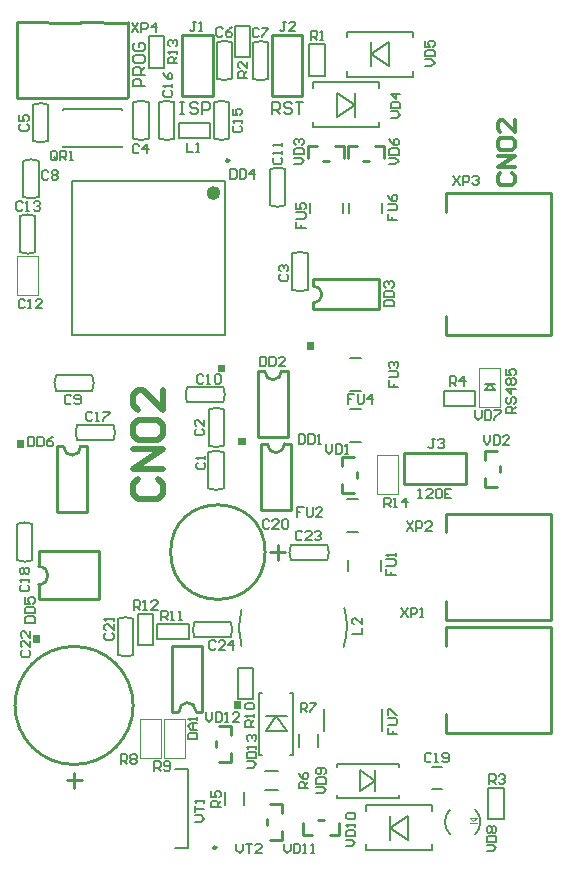
<source format=gto>
G04 Layer_Color=65535*
%FSLAX24Y24*%
%MOIN*%
G70*
G01*
G75*
%ADD10C,0.0197*%
%ADD39C,0.0079*%
%ADD43C,0.0118*%
%ADD55C,0.0070*%
%ADD56C,0.0236*%
%ADD57C,0.0098*%
%ADD58C,0.0100*%
%ADD59C,0.0071*%
%ADD60C,0.0050*%
%ADD61C,0.0039*%
%ADD62C,0.0067*%
G36*
X33073Y29146D02*
X32823D01*
Y29396D01*
X33073D01*
Y29146D01*
D02*
G37*
G36*
X33614Y22639D02*
X33364D01*
Y22889D01*
X33614D01*
Y22639D01*
D02*
G37*
G36*
X40302Y20439D02*
X40052D01*
Y20689D01*
X40302D01*
Y20439D01*
D02*
G37*
G36*
X42748Y32409D02*
X42498D01*
Y32659D01*
X42748D01*
Y32409D01*
D02*
G37*
G36*
X39770Y31661D02*
X39520D01*
Y31911D01*
X39770D01*
Y31661D01*
D02*
G37*
G36*
X40450Y29238D02*
X40200D01*
Y29488D01*
X40450D01*
Y29238D01*
D02*
G37*
D10*
X36877Y28107D02*
X36713Y27943D01*
Y27615D01*
X36877Y27451D01*
X37533D01*
X37697Y27615D01*
Y27943D01*
X37533Y28107D01*
X37697Y28435D02*
X36713D01*
X37697Y29091D01*
X36713D01*
X36877Y29419D02*
X36713Y29583D01*
Y29911D01*
X36877Y30075D01*
X37533D01*
X37697Y29911D01*
Y29583D01*
X37533Y29419D01*
X36877D01*
X37697Y31059D02*
Y30403D01*
X37041Y31059D01*
X36877D01*
X36713Y30895D01*
Y30567D01*
X36877Y30403D01*
D39*
X42854Y19173D02*
Y19606D01*
X42224Y19173D02*
Y19606D01*
X34350Y40394D02*
Y40433D01*
X36319D01*
Y40394D02*
Y40433D01*
X34350Y39173D02*
Y39213D01*
Y39173D02*
X36319D01*
Y39213D01*
X39774Y32913D02*
Y38031D01*
X34656Y32913D02*
Y38031D01*
Y32913D02*
X39774D01*
X34656Y38031D02*
X39774D01*
X43839Y27441D02*
X44193D01*
X43839Y26339D02*
X44193D01*
X43947Y32146D02*
X44301D01*
X43947Y31043D02*
X44301D01*
X43947Y30453D02*
X44301D01*
X43947Y29350D02*
X44301D01*
X43691Y36959D02*
Y37313D01*
X42589Y36959D02*
Y37313D01*
X45010Y36959D02*
Y37313D01*
X43907Y36959D02*
Y37313D01*
X42697Y39833D02*
X44902D01*
X42697Y41329D02*
X44902D01*
X42697Y39833D02*
Y40020D01*
Y41142D02*
Y41329D01*
X44902Y39833D02*
Y40020D01*
Y41142D02*
Y41329D01*
X43819Y43012D02*
X46024D01*
X43819Y41516D02*
X46024D01*
Y42825D02*
Y43012D01*
Y41516D02*
Y41703D01*
X43819Y42825D02*
Y43012D01*
Y41516D02*
Y41703D01*
X44961Y25039D02*
Y25394D01*
X43858Y25039D02*
Y25394D01*
X44990Y19715D02*
Y20423D01*
X43061Y19715D02*
Y20423D01*
X43484Y17470D02*
Y17579D01*
Y18504D02*
Y18612D01*
X45571Y17470D02*
Y17579D01*
Y18504D02*
Y18612D01*
X43484Y17470D02*
X45571D01*
X43484Y18612D02*
X45571D01*
X44459Y17234D02*
X46663D01*
X44459Y15738D02*
X46663D01*
Y17047D02*
Y17234D01*
Y15738D02*
Y15925D01*
X44459Y17047D02*
Y17234D01*
Y15738D02*
Y15925D01*
X39774Y17254D02*
Y17687D01*
X40404Y17254D02*
Y17687D01*
X41112Y17726D02*
X41545D01*
X41112Y18356D02*
X41545D01*
X41939Y18898D02*
X42047D01*
X40906D02*
X41014D01*
X41939Y20984D02*
X42047D01*
X40906D02*
X41014D01*
X42047Y18898D02*
Y20984D01*
X40906Y18898D02*
Y20984D01*
X38533Y15817D02*
Y18455D01*
X38100Y15817D02*
X38533D01*
X38100Y18455D02*
X38533D01*
X32976Y24570D02*
X32923Y24518D01*
Y24413D01*
X32976Y24360D01*
X33186D01*
X33238Y24413D01*
Y24518D01*
X33186Y24570D01*
X33238Y24675D02*
Y24780D01*
Y24728D01*
X32923D01*
X32976Y24675D01*
Y24937D02*
X32923Y24990D01*
Y25095D01*
X32976Y25147D01*
X33028D01*
X33081Y25095D01*
X33133Y25147D01*
X33186D01*
X33238Y25095D01*
Y24990D01*
X33186Y24937D01*
X33133D01*
X33081Y24990D01*
X33028Y24937D01*
X32976D01*
X33081Y24990D02*
Y25095D01*
X41795Y43346D02*
X41690D01*
X41742D01*
Y43084D01*
X41690Y43032D01*
X41637D01*
X41585Y43084D01*
X42109Y43032D02*
X41899D01*
X42109Y43241D01*
Y43294D01*
X42057Y43346D01*
X41952D01*
X41899Y43294D01*
X36663Y43317D02*
X36873Y43002D01*
Y43317D02*
X36663Y43002D01*
X36978D02*
Y43317D01*
X37136D01*
X37188Y43264D01*
Y43159D01*
X37136Y43107D01*
X36978D01*
X37451Y43002D02*
Y43317D01*
X37293Y43159D01*
X37503D01*
X38179Y41959D02*
X37864D01*
Y42116D01*
X37917Y42169D01*
X38022D01*
X38074Y42116D01*
Y41959D01*
Y42064D02*
X38179Y42169D01*
Y42274D02*
Y42378D01*
Y42326D01*
X37864D01*
X37917Y42274D01*
Y42536D02*
X37864Y42588D01*
Y42693D01*
X37917Y42746D01*
X37969D01*
X38022Y42693D01*
Y42641D01*
Y42693D01*
X38074Y42746D01*
X38127D01*
X38179Y42693D01*
Y42588D01*
X38127Y42536D01*
X47382Y38218D02*
X47592Y37904D01*
Y38218D02*
X47382Y37904D01*
X47697D02*
Y38218D01*
X47854D01*
X47907Y38166D01*
Y38061D01*
X47854Y38008D01*
X47697D01*
X48012Y38166D02*
X48064Y38218D01*
X48169D01*
X48222Y38166D01*
Y38113D01*
X48169Y38061D01*
X48117D01*
X48169D01*
X48222Y38008D01*
Y37956D01*
X48169Y37904D01*
X48064D01*
X48012Y37956D01*
X45817Y26693D02*
X46027Y26378D01*
Y26693D02*
X45817Y26378D01*
X46132D02*
Y26693D01*
X46289D01*
X46342Y26640D01*
Y26535D01*
X46289Y26483D01*
X46132D01*
X46657Y26378D02*
X46447D01*
X46657Y26588D01*
Y26640D01*
X46604Y26693D01*
X46499D01*
X46447Y26640D01*
X45640Y23815D02*
X45850Y23500D01*
Y23815D02*
X45640Y23500D01*
X45955D02*
Y23815D01*
X46112D01*
X46165Y23762D01*
Y23657D01*
X46112Y23605D01*
X45955D01*
X46270Y23500D02*
X46375D01*
X46322D01*
Y23815D01*
X46270Y23762D01*
X40148Y15955D02*
Y15745D01*
X40253Y15640D01*
X40358Y15745D01*
Y15955D01*
X40462D02*
X40672D01*
X40567D01*
Y15640D01*
X40987D02*
X40777D01*
X40987Y15850D01*
Y15902D01*
X40935Y15955D01*
X40830D01*
X40777Y15902D01*
X40492Y18484D02*
X40702D01*
X40807Y18589D01*
X40702Y18694D01*
X40492D01*
Y18799D02*
X40807D01*
Y18957D01*
X40755Y19009D01*
X40545D01*
X40492Y18957D01*
Y18799D01*
X40807Y19114D02*
Y19219D01*
Y19166D01*
X40492D01*
X40545Y19114D01*
Y19376D02*
X40492Y19429D01*
Y19534D01*
X40545Y19586D01*
X40597D01*
X40650Y19534D01*
Y19481D01*
Y19534D01*
X40702Y19586D01*
X40755D01*
X40807Y19534D01*
Y19429D01*
X40755Y19376D01*
X39134Y20325D02*
Y20115D01*
X39239Y20010D01*
X39344Y20115D01*
Y20325D01*
X39449D02*
Y20010D01*
X39606D01*
X39659Y20062D01*
Y20272D01*
X39606Y20325D01*
X39449D01*
X39764Y20010D02*
X39869D01*
X39816D01*
Y20325D01*
X39764Y20272D01*
X40236Y20010D02*
X40026D01*
X40236Y20220D01*
Y20272D01*
X40183Y20325D01*
X40078D01*
X40026Y20272D01*
X41742Y15955D02*
Y15745D01*
X41847Y15640D01*
X41952Y15745D01*
Y15955D01*
X42057D02*
Y15640D01*
X42214D01*
X42267Y15692D01*
Y15902D01*
X42214Y15955D01*
X42057D01*
X42372Y15640D02*
X42477D01*
X42424D01*
Y15955D01*
X42372Y15902D01*
X42634Y15640D02*
X42739D01*
X42687D01*
Y15955D01*
X42634Y15902D01*
X43799Y15876D02*
X44009D01*
X44114Y15981D01*
X44009Y16086D01*
X43799D01*
Y16191D02*
X44114D01*
Y16348D01*
X44062Y16401D01*
X43852D01*
X43799Y16348D01*
Y16191D01*
X44114Y16506D02*
Y16611D01*
Y16558D01*
X43799D01*
X43852Y16506D01*
Y16768D02*
X43799Y16821D01*
Y16926D01*
X43852Y16978D01*
X44062D01*
X44114Y16926D01*
Y16821D01*
X44062Y16768D01*
X43852D01*
X42815Y17638D02*
X43025D01*
X43130Y17743D01*
X43025Y17848D01*
X42815D01*
Y17953D02*
X43130D01*
Y18110D01*
X43077Y18163D01*
X42868D01*
X42815Y18110D01*
Y17953D01*
X43077Y18268D02*
X43130Y18320D01*
Y18425D01*
X43077Y18477D01*
X42868D01*
X42815Y18425D01*
Y18320D01*
X42868Y18268D01*
X42920D01*
X42972Y18320D01*
Y18477D01*
X48494Y15689D02*
X48704D01*
X48809Y15794D01*
X48704Y15899D01*
X48494D01*
Y16004D02*
X48809D01*
Y16161D01*
X48757Y16214D01*
X48547D01*
X48494Y16161D01*
Y16004D01*
X48547Y16319D02*
X48494Y16371D01*
Y16476D01*
X48547Y16529D01*
X48599D01*
X48652Y16476D01*
X48704Y16529D01*
X48757D01*
X48809Y16476D01*
Y16371D01*
X48757Y16319D01*
X48704D01*
X48652Y16371D01*
X48599Y16319D01*
X48547D01*
X48652Y16371D02*
Y16476D01*
X48110Y30394D02*
Y30184D01*
X48215Y30079D01*
X48320Y30184D01*
Y30394D01*
X48425D02*
Y30079D01*
X48583D01*
X48635Y30131D01*
Y30341D01*
X48583Y30394D01*
X48425D01*
X48740D02*
X48950D01*
Y30341D01*
X48740Y30131D01*
Y30079D01*
X45236Y38602D02*
X45446D01*
X45551Y38707D01*
X45446Y38812D01*
X45236D01*
Y38917D02*
X45551D01*
Y39075D01*
X45499Y39127D01*
X45289D01*
X45236Y39075D01*
Y38917D01*
Y39442D02*
X45289Y39337D01*
X45394Y39232D01*
X45499D01*
X45551Y39285D01*
Y39390D01*
X45499Y39442D01*
X45446D01*
X45394Y39390D01*
Y39232D01*
X46437Y41880D02*
X46647D01*
X46752Y41985D01*
X46647Y42090D01*
X46437D01*
Y42195D02*
X46752D01*
Y42352D01*
X46699Y42405D01*
X46490D01*
X46437Y42352D01*
Y42195D01*
Y42720D02*
Y42510D01*
X46595D01*
X46542Y42615D01*
Y42667D01*
X46595Y42720D01*
X46699D01*
X46752Y42667D01*
Y42562D01*
X46699Y42510D01*
X45295Y40148D02*
X45505D01*
X45610Y40253D01*
X45505Y40358D01*
X45295D01*
Y40462D02*
X45610D01*
Y40620D01*
X45558Y40672D01*
X45348D01*
X45295Y40620D01*
Y40462D01*
X45610Y40935D02*
X45295D01*
X45453Y40777D01*
Y40987D01*
X42077Y38612D02*
X42287D01*
X42392Y38717D01*
X42287Y38822D01*
X42077D01*
Y38927D02*
X42392D01*
Y39084D01*
X42339Y39137D01*
X42129D01*
X42077Y39084D01*
Y38927D01*
X42129Y39242D02*
X42077Y39294D01*
Y39399D01*
X42129Y39452D01*
X42182D01*
X42234Y39399D01*
Y39347D01*
Y39399D01*
X42287Y39452D01*
X42339D01*
X42392Y39399D01*
Y39294D01*
X42339Y39242D01*
X48406Y29567D02*
Y29357D01*
X48510Y29252D01*
X48615Y29357D01*
Y29567D01*
X48720D02*
Y29252D01*
X48878D01*
X48930Y29304D01*
Y29514D01*
X48878Y29567D01*
X48720D01*
X49245Y29252D02*
X49035D01*
X49245Y29462D01*
Y29514D01*
X49193Y29567D01*
X49088D01*
X49035Y29514D01*
X43135Y29258D02*
Y29048D01*
X43240Y28943D01*
X43345Y29048D01*
Y29258D01*
X43450D02*
Y28943D01*
X43608D01*
X43660Y28996D01*
Y29206D01*
X43608Y29258D01*
X43450D01*
X43765Y28943D02*
X43870D01*
X43817D01*
Y29258D01*
X43765Y29206D01*
X36732Y23750D02*
Y24065D01*
X36890D01*
X36942Y24012D01*
Y23907D01*
X36890Y23855D01*
X36732D01*
X36837D02*
X36942Y23750D01*
X37047D02*
X37152D01*
X37100D01*
Y24065D01*
X37047Y24012D01*
X37519Y23750D02*
X37310D01*
X37519Y23960D01*
Y24012D01*
X37467Y24065D01*
X37362D01*
X37310Y24012D01*
X37648Y23406D02*
Y23720D01*
X37805D01*
X37858Y23668D01*
Y23563D01*
X37805Y23510D01*
X37648D01*
X37753D02*
X37858Y23406D01*
X37963D02*
X38067D01*
X38015D01*
Y23720D01*
X37963Y23668D01*
X38225Y23406D02*
X38330D01*
X38277D01*
Y23720D01*
X38225Y23668D01*
X40748Y19852D02*
X40433D01*
Y20010D01*
X40486Y20062D01*
X40591D01*
X40643Y20010D01*
Y19852D01*
Y19957D02*
X40748Y20062D01*
Y20167D02*
Y20272D01*
Y20220D01*
X40433D01*
X40486Y20167D01*
Y20430D02*
X40433Y20482D01*
Y20587D01*
X40486Y20640D01*
X40696D01*
X40748Y20587D01*
Y20482D01*
X40696Y20430D01*
X40486D01*
X37411Y18376D02*
Y18691D01*
X37569D01*
X37621Y18638D01*
Y18533D01*
X37569Y18481D01*
X37411D01*
X37516D02*
X37621Y18376D01*
X37726Y18428D02*
X37779Y18376D01*
X37884D01*
X37936Y18428D01*
Y18638D01*
X37884Y18691D01*
X37779D01*
X37726Y18638D01*
Y18586D01*
X37779Y18533D01*
X37936D01*
X36299Y18612D02*
Y18927D01*
X36457D01*
X36509Y18875D01*
Y18770D01*
X36457Y18717D01*
X36299D01*
X36404D02*
X36509Y18612D01*
X36614Y18875D02*
X36667Y18927D01*
X36772D01*
X36824Y18875D01*
Y18822D01*
X36772Y18770D01*
X36824Y18717D01*
Y18665D01*
X36772Y18612D01*
X36667D01*
X36614Y18665D01*
Y18717D01*
X36667Y18770D01*
X36614Y18822D01*
Y18875D01*
X36667Y18770D02*
X36772D01*
X42283Y20335D02*
Y20649D01*
X42441D01*
X42493Y20597D01*
Y20492D01*
X42441Y20440D01*
X42283D01*
X42388D02*
X42493Y20335D01*
X42598Y20649D02*
X42808D01*
Y20597D01*
X42598Y20387D01*
Y20335D01*
X42539Y17795D02*
X42225D01*
Y17953D01*
X42277Y18005D01*
X42382D01*
X42434Y17953D01*
Y17795D01*
Y17900D02*
X42539Y18005D01*
X42225Y18320D02*
X42277Y18215D01*
X42382Y18110D01*
X42487D01*
X42539Y18163D01*
Y18268D01*
X42487Y18320D01*
X42434D01*
X42382Y18268D01*
Y18110D01*
X39626Y17175D02*
X39311D01*
Y17333D01*
X39364Y17385D01*
X39469D01*
X39521Y17333D01*
Y17175D01*
Y17280D02*
X39626Y17385D01*
X39311Y17700D02*
Y17490D01*
X39469D01*
X39416Y17595D01*
Y17647D01*
X39469Y17700D01*
X39574D01*
X39626Y17647D01*
Y17543D01*
X39574Y17490D01*
X47264Y31211D02*
Y31525D01*
X47421D01*
X47474Y31473D01*
Y31368D01*
X47421Y31316D01*
X47264D01*
X47369D02*
X47474Y31211D01*
X47736D02*
Y31525D01*
X47579Y31368D01*
X47789D01*
X48573Y17943D02*
Y18258D01*
X48730D01*
X48783Y18205D01*
Y18100D01*
X48730Y18048D01*
X48573D01*
X48678D02*
X48783Y17943D01*
X48888Y18205D02*
X48940Y18258D01*
X49045D01*
X49098Y18205D01*
Y18153D01*
X49045Y18100D01*
X48993D01*
X49045D01*
X49098Y18048D01*
Y17995D01*
X49045Y17943D01*
X48940D01*
X48888Y17995D01*
X40512Y41486D02*
X40197D01*
Y41644D01*
X40249Y41696D01*
X40354D01*
X40407Y41644D01*
Y41486D01*
Y41591D02*
X40512Y41696D01*
Y42011D02*
Y41801D01*
X40302Y42011D01*
X40249D01*
X40197Y41959D01*
Y41854D01*
X40249Y41801D01*
X42628Y42736D02*
Y43051D01*
X42785D01*
X42838Y42999D01*
Y42894D01*
X42785Y42841D01*
X42628D01*
X42733D02*
X42838Y42736D01*
X42943D02*
X43048D01*
X42995D01*
Y43051D01*
X42943Y42999D01*
X34167Y38783D02*
Y38993D01*
X34114Y39045D01*
X34009D01*
X33957Y38993D01*
Y38783D01*
X34009Y38730D01*
X34114D01*
X34062Y38835D02*
X34167Y38730D01*
X34114D02*
X34167Y38783D01*
X34272Y38730D02*
Y39045D01*
X34429D01*
X34481Y38993D01*
Y38888D01*
X34429Y38835D01*
X34272D01*
X34377D02*
X34481Y38730D01*
X34586D02*
X34691D01*
X34639D01*
Y39045D01*
X34586Y38993D01*
X44006Y22943D02*
X44321D01*
Y23153D01*
Y23468D02*
Y23258D01*
X44111Y23468D01*
X44058D01*
X44006Y23415D01*
Y23310D01*
X44058Y23258D01*
X38494Y39321D02*
Y39006D01*
X38704D01*
X38809D02*
X38914D01*
X38861D01*
Y39321D01*
X38809Y39268D01*
X38793Y43346D02*
X38688D01*
X38740D01*
Y43084D01*
X38688Y43032D01*
X38635D01*
X38583Y43084D01*
X38898Y43032D02*
X39002D01*
X38950D01*
Y43346D01*
X38898Y43294D01*
X45197Y19816D02*
Y19606D01*
X45354D01*
Y19711D01*
Y19606D01*
X45512D01*
X45197Y19921D02*
X45459D01*
X45512Y19974D01*
Y20079D01*
X45459Y20131D01*
X45197D01*
Y20236D02*
Y20446D01*
X45249D01*
X45459Y20236D01*
X45512D01*
X45187Y36952D02*
Y36742D01*
X45345D01*
Y36847D01*
Y36742D01*
X45502D01*
X45187Y37057D02*
X45449D01*
X45502Y37109D01*
Y37214D01*
X45449Y37267D01*
X45187D01*
Y37582D02*
X45240Y37477D01*
X45345Y37372D01*
X45449D01*
X45502Y37424D01*
Y37529D01*
X45449Y37582D01*
X45397D01*
X45345Y37529D01*
Y37372D01*
X42146Y36676D02*
Y36467D01*
X42303D01*
Y36571D01*
Y36467D01*
X42461D01*
X42146Y36781D02*
X42408D01*
X42461Y36834D01*
Y36939D01*
X42408Y36991D01*
X42146D01*
Y37306D02*
Y37096D01*
X42303D01*
X42251Y37201D01*
Y37254D01*
X42303Y37306D01*
X42408D01*
X42461Y37254D01*
Y37149D01*
X42408Y37096D01*
X44078Y30925D02*
X43868D01*
Y30768D01*
X43973D01*
X43868D01*
Y30610D01*
X44183Y30925D02*
Y30663D01*
X44235Y30610D01*
X44340D01*
X44393Y30663D01*
Y30925D01*
X44655Y30610D02*
Y30925D01*
X44498Y30768D01*
X44708D01*
X45226Y31391D02*
Y31181D01*
X45384D01*
Y31286D01*
Y31181D01*
X45541D01*
X45226Y31496D02*
X45489D01*
X45541Y31548D01*
Y31653D01*
X45489Y31706D01*
X45226D01*
X45279Y31811D02*
X45226Y31863D01*
Y31968D01*
X45279Y32021D01*
X45331D01*
X45384Y31968D01*
Y31916D01*
Y31968D01*
X45436Y32021D01*
X45489D01*
X45541Y31968D01*
Y31863D01*
X45489Y31811D01*
X42385Y27165D02*
X42175D01*
Y27008D01*
X42280D01*
X42175D01*
Y26850D01*
X42490Y27165D02*
Y26903D01*
X42543Y26850D01*
X42647D01*
X42700Y26903D01*
Y27165D01*
X43015Y26850D02*
X42805D01*
X43015Y27060D01*
Y27113D01*
X42962Y27165D01*
X42857D01*
X42805Y27113D01*
X45138Y25111D02*
Y24902D01*
X45295D01*
Y25007D01*
Y24902D01*
X45453D01*
X45138Y25216D02*
X45400D01*
X45453Y25269D01*
Y25374D01*
X45400Y25426D01*
X45138D01*
X45453Y25531D02*
Y25636D01*
Y25584D01*
X45138D01*
X45190Y25531D01*
X33199Y29518D02*
Y29203D01*
X33356D01*
X33409Y29255D01*
Y29465D01*
X33356Y29518D01*
X33199D01*
X33514D02*
Y29203D01*
X33671D01*
X33724Y29255D01*
Y29465D01*
X33671Y29518D01*
X33514D01*
X34038D02*
X33933Y29465D01*
X33829Y29360D01*
Y29255D01*
X33881Y29203D01*
X33986D01*
X34038Y29255D01*
Y29308D01*
X33986Y29360D01*
X33829D01*
X33110Y23317D02*
X33425D01*
Y23474D01*
X33373Y23527D01*
X33163D01*
X33110Y23474D01*
Y23317D01*
Y23632D02*
X33425D01*
Y23789D01*
X33373Y23842D01*
X33163D01*
X33110Y23789D01*
Y23632D01*
Y24157D02*
Y23947D01*
X33268D01*
X33215Y24052D01*
Y24104D01*
X33268Y24157D01*
X33373D01*
X33425Y24104D01*
Y23999D01*
X33373Y23947D01*
X39941Y38425D02*
Y38110D01*
X40098D01*
X40151Y38163D01*
Y38373D01*
X40098Y38425D01*
X39941D01*
X40256D02*
Y38110D01*
X40413D01*
X40466Y38163D01*
Y38373D01*
X40413Y38425D01*
X40256D01*
X40728Y38110D02*
Y38425D01*
X40571Y38268D01*
X40781D01*
X45069Y33858D02*
X45384D01*
Y34016D01*
X45331Y34068D01*
X45121D01*
X45069Y34016D01*
Y33858D01*
Y34173D02*
X45384D01*
Y34331D01*
X45331Y34383D01*
X45121D01*
X45069Y34331D01*
Y34173D01*
X45121Y34488D02*
X45069Y34540D01*
Y34645D01*
X45121Y34698D01*
X45174D01*
X45226Y34645D01*
Y34593D01*
Y34645D01*
X45279Y34698D01*
X45331D01*
X45384Y34645D01*
Y34540D01*
X45331Y34488D01*
X40925Y32185D02*
Y31870D01*
X41083D01*
X41135Y31923D01*
Y32132D01*
X41083Y32185D01*
X40925D01*
X41240D02*
Y31870D01*
X41397D01*
X41450Y31923D01*
Y32132D01*
X41397Y32185D01*
X41240D01*
X41765Y31870D02*
X41555D01*
X41765Y32080D01*
Y32132D01*
X41712Y32185D01*
X41607D01*
X41555Y32132D01*
X42224Y29596D02*
Y29281D01*
X42382D01*
X42434Y29334D01*
Y29544D01*
X42382Y29596D01*
X42224D01*
X42539D02*
Y29281D01*
X42697D01*
X42749Y29334D01*
Y29544D01*
X42697Y29596D01*
X42539D01*
X42854Y29281D02*
X42959D01*
X42907D01*
Y29596D01*
X42854Y29544D01*
X38534Y19439D02*
X38848D01*
Y19596D01*
X38796Y19649D01*
X38586D01*
X38534Y19596D01*
Y19439D01*
X38848Y19754D02*
X38639D01*
X38534Y19859D01*
X38639Y19964D01*
X38848D01*
X38691D01*
Y19754D01*
X38848Y20069D02*
Y20174D01*
Y20121D01*
X38534D01*
X38586Y20069D01*
X39452Y22674D02*
X39400Y22726D01*
X39295D01*
X39242Y22674D01*
Y22464D01*
X39295Y22411D01*
X39400D01*
X39452Y22464D01*
X39767Y22411D02*
X39557D01*
X39767Y22621D01*
Y22674D01*
X39714Y22726D01*
X39609D01*
X39557Y22674D01*
X40029Y22411D02*
Y22726D01*
X39872Y22569D01*
X40082D01*
X42336Y26325D02*
X42283Y26378D01*
X42178D01*
X42126Y26325D01*
Y26115D01*
X42178Y26063D01*
X42283D01*
X42336Y26115D01*
X42651Y26063D02*
X42441D01*
X42651Y26273D01*
Y26325D01*
X42598Y26378D01*
X42493D01*
X42441Y26325D01*
X42756D02*
X42808Y26378D01*
X42913D01*
X42966Y26325D01*
Y26273D01*
X42913Y26220D01*
X42861D01*
X42913D01*
X42966Y26168D01*
Y26115D01*
X42913Y26063D01*
X42808D01*
X42756Y26115D01*
X33015Y22395D02*
X32963Y22342D01*
Y22238D01*
X33015Y22185D01*
X33225D01*
X33278Y22238D01*
Y22342D01*
X33225Y22395D01*
X33278Y22710D02*
Y22500D01*
X33068Y22710D01*
X33015D01*
X32963Y22657D01*
Y22552D01*
X33015Y22500D01*
X33278Y23025D02*
Y22815D01*
X33068Y23025D01*
X33015D01*
X32963Y22972D01*
Y22867D01*
X33015Y22815D01*
X35801Y22956D02*
X35748Y22903D01*
Y22799D01*
X35801Y22746D01*
X36011D01*
X36063Y22799D01*
Y22903D01*
X36011Y22956D01*
X36063Y23271D02*
Y23061D01*
X35853Y23271D01*
X35801D01*
X35748Y23218D01*
Y23113D01*
X35801Y23061D01*
X36063Y23376D02*
Y23481D01*
Y23428D01*
X35748D01*
X35801Y23376D01*
X41243Y26709D02*
X41191Y26762D01*
X41086D01*
X41033Y26709D01*
Y26499D01*
X41086Y26447D01*
X41191D01*
X41243Y26499D01*
X41558Y26447D02*
X41348D01*
X41558Y26657D01*
Y26709D01*
X41506Y26762D01*
X41401D01*
X41348Y26709D01*
X41663D02*
X41716Y26762D01*
X41821D01*
X41873Y26709D01*
Y26499D01*
X41821Y26447D01*
X41716D01*
X41663Y26499D01*
Y26709D01*
X46647Y18924D02*
X46594Y18976D01*
X46489D01*
X46437Y18924D01*
Y18714D01*
X46489Y18661D01*
X46594D01*
X46647Y18714D01*
X46752Y18661D02*
X46857D01*
X46804D01*
Y18976D01*
X46752Y18924D01*
X47014Y18714D02*
X47067Y18661D01*
X47172D01*
X47224Y18714D01*
Y18924D01*
X47172Y18976D01*
X47067D01*
X47014Y18924D01*
Y18871D01*
X47067Y18819D01*
X47224D01*
X35348Y30302D02*
X35295Y30354D01*
X35190D01*
X35138Y30302D01*
Y30092D01*
X35190Y30039D01*
X35295D01*
X35348Y30092D01*
X35453Y30039D02*
X35558D01*
X35505D01*
Y30354D01*
X35453Y30302D01*
X35715Y30354D02*
X35925D01*
Y30302D01*
X35715Y30092D01*
Y30039D01*
X37749Y41056D02*
X37697Y41004D01*
Y40899D01*
X37749Y40846D01*
X37959D01*
X38012Y40899D01*
Y41004D01*
X37959Y41056D01*
X38012Y41161D02*
Y41266D01*
Y41214D01*
X37697D01*
X37749Y41161D01*
X37697Y41634D02*
X37749Y41529D01*
X37854Y41424D01*
X37959D01*
X38012Y41476D01*
Y41581D01*
X37959Y41634D01*
X37907D01*
X37854Y41581D01*
Y41424D01*
X40072Y39875D02*
X40020Y39823D01*
Y39718D01*
X40072Y39665D01*
X40282D01*
X40335Y39718D01*
Y39823D01*
X40282Y39875D01*
X40335Y39980D02*
Y40085D01*
Y40033D01*
X40020D01*
X40072Y39980D01*
X40020Y40452D02*
Y40243D01*
X40177D01*
X40125Y40348D01*
Y40400D01*
X40177Y40452D01*
X40282D01*
X40335Y40400D01*
Y40295D01*
X40282Y40243D01*
X33025Y37310D02*
X32972Y37362D01*
X32867D01*
X32815Y37310D01*
Y37100D01*
X32867Y37047D01*
X32972D01*
X33025Y37100D01*
X33130Y37047D02*
X33235D01*
X33182D01*
Y37362D01*
X33130Y37310D01*
X33392D02*
X33445Y37362D01*
X33550D01*
X33602Y37310D01*
Y37257D01*
X33550Y37205D01*
X33497D01*
X33550D01*
X33602Y37152D01*
Y37100D01*
X33550Y37047D01*
X33445D01*
X33392Y37100D01*
X33094Y34052D02*
X33041Y34104D01*
X32936D01*
X32884Y34052D01*
Y33842D01*
X32936Y33789D01*
X33041D01*
X33094Y33842D01*
X33199Y33789D02*
X33304D01*
X33251D01*
Y34104D01*
X33199Y34052D01*
X33671Y33789D02*
X33461D01*
X33671Y33999D01*
Y34052D01*
X33619Y34104D01*
X33514D01*
X33461Y34052D01*
X41411Y38822D02*
X41358Y38770D01*
Y38665D01*
X41411Y38612D01*
X41621D01*
X41673Y38665D01*
Y38770D01*
X41621Y38822D01*
X41673Y38927D02*
Y39032D01*
Y38980D01*
X41358D01*
X41411Y38927D01*
X41673Y39189D02*
Y39294D01*
Y39242D01*
X41358D01*
X41411Y39189D01*
X39048Y31542D02*
X38996Y31594D01*
X38891D01*
X38839Y31542D01*
Y31332D01*
X38891Y31280D01*
X38996D01*
X39048Y31332D01*
X39153Y31280D02*
X39258D01*
X39206D01*
Y31594D01*
X39153Y31542D01*
X39416D02*
X39468Y31594D01*
X39573D01*
X39626Y31542D01*
Y31332D01*
X39573Y31280D01*
X39468D01*
X39416Y31332D01*
Y31542D01*
X34639Y30863D02*
X34587Y30915D01*
X34482D01*
X34429Y30863D01*
Y30653D01*
X34482Y30600D01*
X34587D01*
X34639Y30653D01*
X34744D02*
X34796Y30600D01*
X34901D01*
X34954Y30653D01*
Y30863D01*
X34901Y30915D01*
X34796D01*
X34744Y30863D01*
Y30810D01*
X34796Y30758D01*
X34954D01*
X33881Y38343D02*
X33829Y38396D01*
X33724D01*
X33671Y38343D01*
Y38133D01*
X33724Y38081D01*
X33829D01*
X33881Y38133D01*
X33986Y38343D02*
X34039Y38396D01*
X34144D01*
X34196Y38343D01*
Y38291D01*
X34144Y38238D01*
X34196Y38186D01*
Y38133D01*
X34144Y38081D01*
X34039D01*
X33986Y38133D01*
Y38186D01*
X34039Y38238D01*
X33986Y38291D01*
Y38343D01*
X34039Y38238D02*
X34144D01*
X40899Y43097D02*
X40846Y43149D01*
X40741D01*
X40689Y43097D01*
Y42887D01*
X40741Y42835D01*
X40846D01*
X40899Y42887D01*
X41004Y43149D02*
X41214D01*
Y43097D01*
X41004Y42887D01*
Y42835D01*
X39688Y43107D02*
X39636Y43159D01*
X39531D01*
X39478Y43107D01*
Y42897D01*
X39531Y42844D01*
X39636D01*
X39688Y42897D01*
X40003Y43159D02*
X39898Y43107D01*
X39793Y43002D01*
Y42897D01*
X39846Y42844D01*
X39951D01*
X40003Y42897D01*
Y42949D01*
X39951Y43002D01*
X39793D01*
X32966Y39924D02*
X32913Y39872D01*
Y39767D01*
X32966Y39715D01*
X33176D01*
X33228Y39767D01*
Y39872D01*
X33176Y39924D01*
X32913Y40239D02*
Y40029D01*
X33071D01*
X33018Y40134D01*
Y40187D01*
X33071Y40239D01*
X33176D01*
X33228Y40187D01*
Y40082D01*
X33176Y40029D01*
X36903Y39219D02*
X36850Y39272D01*
X36745D01*
X36693Y39219D01*
Y39009D01*
X36745Y38957D01*
X36850D01*
X36903Y39009D01*
X37165Y38957D02*
Y39272D01*
X37008Y39114D01*
X37218D01*
X41618Y34924D02*
X41565Y34872D01*
Y34767D01*
X41618Y34715D01*
X41827D01*
X41880Y34767D01*
Y34872D01*
X41827Y34924D01*
X41618Y35029D02*
X41565Y35082D01*
Y35187D01*
X41618Y35239D01*
X41670D01*
X41722Y35187D01*
Y35134D01*
Y35187D01*
X41775Y35239D01*
X41827D01*
X41880Y35187D01*
Y35082D01*
X41827Y35029D01*
X38803Y29767D02*
X38750Y29715D01*
Y29610D01*
X38803Y29557D01*
X39012D01*
X39065Y29610D01*
Y29715D01*
X39012Y29767D01*
X39065Y30082D02*
Y29872D01*
X38855Y30082D01*
X38803D01*
X38750Y30029D01*
Y29924D01*
X38803Y29872D01*
X38852Y28655D02*
X38799Y28602D01*
Y28497D01*
X38852Y28445D01*
X39062D01*
X39114Y28497D01*
Y28602D01*
X39062Y28655D01*
X39114Y28760D02*
Y28865D01*
Y28812D01*
X38799D01*
X38852Y28760D01*
X46755Y29449D02*
X46650D01*
X46703D01*
Y29186D01*
X46650Y29134D01*
X46598D01*
X46545Y29186D01*
X46860Y29396D02*
X46913Y29449D01*
X47018D01*
X47070Y29396D01*
Y29344D01*
X47018Y29291D01*
X46965D01*
X47018D01*
X47070Y29239D01*
Y29186D01*
X47018Y29134D01*
X46913D01*
X46860Y29186D01*
X45079Y27165D02*
Y27480D01*
X45236D01*
X45289Y27428D01*
Y27323D01*
X45236Y27270D01*
X45079D01*
X45184D02*
X45289Y27165D01*
X45394D02*
X45499D01*
X45446D01*
Y27480D01*
X45394Y27428D01*
X45813Y27165D02*
Y27480D01*
X45656Y27323D01*
X45866D01*
X38760Y16683D02*
X38970D01*
X39075Y16788D01*
X38970Y16893D01*
X38760D01*
Y16998D02*
Y17208D01*
Y17103D01*
X39075D01*
Y17313D02*
Y17418D01*
Y17365D01*
X38760D01*
X38812Y17313D01*
X37087Y41191D02*
X36693D01*
Y41388D01*
X36759Y41453D01*
X36890D01*
X36955Y41388D01*
Y41191D01*
X37087Y41585D02*
X36693D01*
Y41781D01*
X36759Y41847D01*
X36890D01*
X36955Y41781D01*
Y41585D01*
Y41716D02*
X37087Y41847D01*
X36693Y42175D02*
Y42044D01*
X36759Y41978D01*
X37021D01*
X37087Y42044D01*
Y42175D01*
X37021Y42240D01*
X36759D01*
X36693Y42175D01*
X36759Y42634D02*
X36693Y42568D01*
Y42437D01*
X36759Y42372D01*
X37021D01*
X37087Y42437D01*
Y42568D01*
X37021Y42634D01*
X36890D01*
Y42503D01*
X41329Y40276D02*
Y40669D01*
X41526D01*
X41591Y40604D01*
Y40472D01*
X41526Y40407D01*
X41329D01*
X41460D02*
X41591Y40276D01*
X41985Y40604D02*
X41919Y40669D01*
X41788D01*
X41722Y40604D01*
Y40538D01*
X41788Y40472D01*
X41919D01*
X41985Y40407D01*
Y40341D01*
X41919Y40276D01*
X41788D01*
X41722Y40341D01*
X42116Y40669D02*
X42378D01*
X42247D01*
Y40276D01*
X38268Y40669D02*
X38399D01*
X38333D01*
Y40276D01*
X38268D01*
X38399D01*
X38858Y40604D02*
X38792Y40669D01*
X38661D01*
X38596Y40604D01*
Y40538D01*
X38661Y40472D01*
X38792D01*
X38858Y40407D01*
Y40341D01*
X38792Y40276D01*
X38661D01*
X38596Y40341D01*
X38989Y40276D02*
Y40669D01*
X39186D01*
X39252Y40604D01*
Y40472D01*
X39186Y40407D01*
X38989D01*
X49449Y30305D02*
X49134D01*
Y30463D01*
X49186Y30515D01*
X49291D01*
X49344Y30463D01*
Y30305D01*
Y30410D02*
X49449Y30515D01*
X49186Y30830D02*
X49134Y30777D01*
Y30672D01*
X49186Y30620D01*
X49239D01*
X49291Y30672D01*
Y30777D01*
X49344Y30830D01*
X49396D01*
X49449Y30777D01*
Y30672D01*
X49396Y30620D01*
X49449Y31092D02*
X49134D01*
X49291Y30935D01*
Y31145D01*
X49186Y31250D02*
X49134Y31302D01*
Y31407D01*
X49186Y31460D01*
X49239D01*
X49291Y31407D01*
X49344Y31460D01*
X49396D01*
X49449Y31407D01*
Y31302D01*
X49396Y31250D01*
X49344D01*
X49291Y31302D01*
X49239Y31250D01*
X49186D01*
X49291Y31302D02*
Y31407D01*
X49134Y31774D02*
Y31565D01*
X49291D01*
X49239Y31670D01*
Y31722D01*
X49291Y31774D01*
X49396D01*
X49449Y31722D01*
Y31617D01*
X49396Y31565D01*
X46211Y27461D02*
X46316D01*
X46263D01*
Y27775D01*
X46211Y27723D01*
X46683Y27461D02*
X46473D01*
X46683Y27671D01*
Y27723D01*
X46630Y27775D01*
X46525D01*
X46473Y27723D01*
X46788D02*
X46840Y27775D01*
X46945D01*
X46998Y27723D01*
Y27513D01*
X46945Y27461D01*
X46840D01*
X46788Y27513D01*
Y27723D01*
X47313Y27775D02*
X47103D01*
Y27461D01*
X47313D01*
X47103Y27618D02*
X47208D01*
D43*
X48947Y38297D02*
X48849Y38199D01*
Y38002D01*
X48947Y37904D01*
X49341D01*
X49439Y38002D01*
Y38199D01*
X49341Y38297D01*
X49439Y38494D02*
X48849D01*
X49439Y38887D01*
X48849D01*
X48947Y39084D02*
X48849Y39183D01*
Y39379D01*
X48947Y39478D01*
X49341D01*
X49439Y39379D01*
Y39183D01*
X49341Y39084D01*
X48947D01*
X49439Y40068D02*
Y39675D01*
X49045Y40068D01*
X48947D01*
X48849Y39970D01*
Y39773D01*
X48947Y39675D01*
D55*
X41781Y38438D02*
G03*
X41271Y38438I-256J-608D01*
G01*
Y37230D02*
G03*
X41781Y37231I255J609D01*
G01*
X39901Y40662D02*
G03*
X39391Y40663I-256J-608D01*
G01*
Y39455D02*
G03*
X39901Y39455I255J609D01*
G01*
X38081Y40662D02*
G03*
X37570Y40663I-256J-608D01*
G01*
Y39455D02*
G03*
X38081Y39455I255J609D01*
G01*
X39707Y30660D02*
G03*
X39708Y31170I-608J256D01*
G01*
X38500D02*
G03*
X38501Y30660I609J-255D01*
G01*
X34131Y31565D02*
G03*
X34131Y31054I608J-256D01*
G01*
X35338D02*
G03*
X35338Y31565I-609J255D01*
G01*
X33553Y38713D02*
G03*
X33043Y38714I-256J-608D01*
G01*
Y37506D02*
G03*
X33553Y37506I255J609D01*
G01*
X33878Y40583D02*
G03*
X33367Y40584I-256J-608D01*
G01*
Y39376D02*
G03*
X33878Y39377I255J609D01*
G01*
X37224Y40662D02*
G03*
X36714Y40663I-256J-608D01*
G01*
Y39455D02*
G03*
X37224Y39455I255J609D01*
G01*
X39223Y29220D02*
G03*
X39733Y29219I256J608D01*
G01*
Y30427D02*
G03*
X39223Y30427I-255J-609D01*
G01*
X42520Y35623D02*
G03*
X42009Y35623I-256J-608D01*
G01*
Y34415D02*
G03*
X42520Y34416I255J609D01*
G01*
X39488Y41454D02*
G03*
X39999Y41454I256J608D01*
G01*
Y42661D02*
G03*
X39488Y42661I-255J-609D01*
G01*
X40699Y41444D02*
G03*
X41209Y41444I256J608D01*
G01*
Y42651D02*
G03*
X40699Y42651I-255J-609D01*
G01*
X36046Y29400D02*
G03*
X36046Y29910I-608J256D01*
G01*
X34839D02*
G03*
X34839Y29400I609J-255D01*
G01*
X39724Y28999D02*
G03*
X39214Y28999I-256J-608D01*
G01*
Y27791D02*
G03*
X39724Y27792I255J609D01*
G01*
X36712Y23448D02*
G03*
X36202Y23448I-256J-608D01*
G01*
Y22240D02*
G03*
X36712Y22241I255J609D01*
G01*
X39953Y22825D02*
G03*
X39954Y23335I-608J256D01*
G01*
X38746D02*
G03*
X38747Y22825I609J-255D01*
G01*
X43172Y25404D02*
G03*
X43172Y25914I-608J256D01*
G01*
X41965D02*
G03*
X41965Y25404I609J-255D01*
G01*
X32933Y35667D02*
G03*
X33444Y35666I256J608D01*
G01*
Y36874D02*
G03*
X32933Y36873I-255J-609D01*
G01*
X33346Y26607D02*
G03*
X32836Y26608I-256J-608D01*
G01*
Y25400D02*
G03*
X33346Y25401I255J609D01*
G01*
X48544Y17822D02*
X49056D01*
X48544Y16778D02*
X49056D01*
X48544D02*
Y17822D01*
X49056Y16778D02*
Y17822D01*
X41271Y37234D02*
Y38434D01*
X41782Y37234D02*
Y38435D01*
X39391Y39459D02*
Y40659D01*
X39902Y39459D02*
Y40659D01*
X38218Y39469D02*
X39262D01*
X38218Y39980D02*
X39262D01*
X38218Y39469D02*
Y39980D01*
X39262Y39469D02*
Y39980D01*
X37570Y39459D02*
Y40659D01*
X38081Y39459D02*
Y40659D01*
X37234Y41821D02*
X37746D01*
X37234Y42864D02*
X37746D01*
Y41821D02*
Y42864D01*
X37234Y41821D02*
Y42864D01*
X38504Y31170D02*
X39704D01*
X38504Y30659D02*
X39705D01*
X34135Y31054D02*
X35335D01*
X34134Y31565D02*
X35335D01*
X33042Y37510D02*
Y38710D01*
X33553Y37510D02*
Y38711D01*
X33367Y39380D02*
Y40580D01*
X33878Y39380D02*
Y40581D01*
X36714Y39459D02*
Y40659D01*
X37224Y39459D02*
Y40659D01*
X39733Y29223D02*
Y30423D01*
X39222Y29222D02*
Y30423D01*
X42009Y34419D02*
Y35619D01*
X42520Y34419D02*
Y35620D01*
X42579Y42589D02*
X43091D01*
X42579Y41545D02*
X43091D01*
X42579D02*
Y42589D01*
X43091Y41545D02*
Y42589D01*
X40089Y43218D02*
X40600D01*
X40089Y42175D02*
X40600D01*
X40089D02*
Y43218D01*
X40600Y42175D02*
Y43218D01*
X39999Y41457D02*
Y42657D01*
X39488Y41457D02*
Y42657D01*
X41210Y41448D02*
Y42648D01*
X40699Y41447D02*
Y42648D01*
X34843Y29911D02*
X36043D01*
X34843Y29400D02*
X36043D01*
X39214Y27795D02*
Y28995D01*
X39724Y27795D02*
Y28996D01*
X36202Y22244D02*
Y23444D01*
X36713Y22244D02*
Y23445D01*
X40187Y20768D02*
X40699D01*
X40187Y21811D02*
X40699D01*
Y20768D02*
Y21811D01*
X40187Y20768D02*
Y21811D01*
X38750Y23336D02*
X39950D01*
X38750Y22825D02*
X39951D01*
X38553Y22756D02*
Y23268D01*
X37510Y22756D02*
Y23268D01*
X38553D01*
X37510Y22756D02*
X38553D01*
X36870Y23602D02*
X37382D01*
X36870Y22559D02*
X37382D01*
X36870D02*
Y23602D01*
X37382Y22559D02*
Y23602D01*
X41969Y25914D02*
X43169D01*
X41968Y25404D02*
X43169D01*
X33444Y35670D02*
Y36870D01*
X32933Y35669D02*
Y36870D01*
X47067Y30531D02*
Y31043D01*
X48110Y30531D02*
Y31043D01*
X47067Y30531D02*
X48110D01*
X47067Y31043D02*
X48110D01*
X32836Y25404D02*
Y26604D01*
X33346Y25404D02*
Y26605D01*
D56*
X39498Y37638D02*
G03*
X39498Y37638I-118J0D01*
G01*
D57*
X39902Y38720D02*
G03*
X39902Y38720I-49J0D01*
G01*
X39478Y15817D02*
G03*
X39478Y15817I-49J0D01*
G01*
D58*
X34392Y29175D02*
G03*
X34950Y29194I280J0D01*
G01*
X33564Y24589D02*
G03*
X33564Y25189I0J300D01*
G01*
X36703Y20557D02*
G03*
X36703Y20557I-1969J0D01*
G01*
X41089Y31691D02*
G03*
X41648Y31710I280J0D01*
G01*
X42719Y33978D02*
G03*
X42699Y34537I0J280D01*
G01*
X41183Y29260D02*
G03*
X41741Y29279I280J0D01*
G01*
X41102Y25669D02*
G03*
X41102Y25669I-1575J0D01*
G01*
X38793Y20372D02*
G03*
X38234Y20353I-280J0D01*
G01*
X47136Y36994D02*
Y37624D01*
Y32899D02*
Y33529D01*
X50640Y32899D02*
Y37624D01*
X47136Y32899D02*
X50640D01*
X47136Y37624D02*
X50640D01*
X34173Y29196D02*
X34373D01*
X34973D02*
X35173D01*
X34173Y26996D02*
X35173D01*
X34173D02*
Y29196D01*
X35173Y26996D02*
Y29196D01*
X33564Y24089D02*
Y24589D01*
X35564Y24089D02*
Y25689D01*
X33564D02*
X35564D01*
X33564Y24089D02*
X35564D01*
X33564Y25189D02*
Y25689D01*
X34734Y17807D02*
Y18307D01*
X34484Y18057D02*
X34984D01*
X40870Y31711D02*
X41070D01*
X41670D02*
X41870D01*
X40870Y29511D02*
X41870D01*
X40870D02*
Y31711D01*
X41870Y29511D02*
Y31711D01*
X48429Y27845D02*
X48829D01*
X48928Y28345D02*
Y28545D01*
X48429Y28745D02*
Y29045D01*
X48829D01*
X48429Y27845D02*
Y28145D01*
X43680Y27644D02*
X44080D01*
X44180Y28144D02*
Y28344D01*
X43680Y28544D02*
Y28844D01*
X44080D01*
X43680Y27644D02*
Y27944D01*
X42698Y33759D02*
Y33959D01*
Y34559D02*
Y34759D01*
X44898Y33759D02*
Y34759D01*
X42698Y33759D02*
X44898D01*
X42698Y34759D02*
X44898D01*
X44355Y38694D02*
X44555D01*
X43855Y39194D02*
X44155D01*
X43855Y38794D02*
Y39194D01*
X44755D02*
X45055D01*
Y38794D02*
Y39194D01*
X43036Y38694D02*
X43236D01*
X42536Y39194D02*
X42836D01*
X42536Y38794D02*
Y39194D01*
X43436D02*
X43736D01*
Y38794D02*
Y39194D01*
X41319Y40862D02*
X42343D01*
X41319Y42909D02*
X42343D01*
Y40862D02*
Y42909D01*
X41319Y40862D02*
Y42909D01*
X38346D02*
X39370D01*
X38346Y40862D02*
X39370D01*
X38346D02*
Y42909D01*
X39370Y40862D02*
Y42909D01*
X34929Y43324D02*
X36506Y43322D01*
X32844Y40803D02*
X36506D01*
X36529Y40824D02*
Y43324D01*
X32829Y40824D02*
Y43324D01*
X34970Y43322D01*
X40964Y29280D02*
X41164D01*
X41764D02*
X41964D01*
X40964Y27080D02*
X41964D01*
X40964D02*
Y29280D01*
X41964Y27080D02*
Y29280D01*
X47136Y26954D02*
X50640D01*
X47136Y23411D02*
X50640D01*
X47136Y26324D02*
Y26954D01*
Y23411D02*
Y24041D01*
X50640Y23411D02*
Y26954D01*
X41528Y25419D02*
Y25919D01*
X41278Y25669D02*
X41778D01*
X47136Y23175D02*
X50640D01*
X47136Y19632D02*
X50640D01*
X47136Y22545D02*
Y23175D01*
Y19632D02*
Y20261D01*
X50640Y19632D02*
Y23175D01*
X41274Y17257D02*
X41674D01*
X41174Y16557D02*
Y16757D01*
X41674Y16057D02*
Y16357D01*
X41274Y16057D02*
X41674D01*
Y16957D02*
Y17257D01*
X43572Y16224D02*
Y16624D01*
X42872Y16724D02*
X43072D01*
X42372Y16224D02*
X42672D01*
X42372D02*
Y16624D01*
X43272Y16224D02*
X43572D01*
X39557Y19882D02*
X39957D01*
X39457Y19181D02*
Y19382D01*
X39957Y18681D02*
Y18981D01*
X39557Y18681D02*
X39957D01*
Y19582D02*
Y19882D01*
X38811Y20352D02*
X39011D01*
X38011D02*
X38211D01*
X38011Y22552D02*
X39011D01*
Y20352D02*
Y22552D01*
X38011Y20352D02*
Y22552D01*
X45748Y27933D02*
X47795D01*
X45748Y28957D02*
X47795D01*
X45748Y27933D02*
Y28957D01*
X47795Y27933D02*
Y28957D01*
D59*
X48105Y16259D02*
G03*
X48105Y17094I-418J418D01*
G01*
X47269D02*
G03*
X47269Y16259I418J-418D01*
G01*
X40309Y23739D02*
G03*
X40313Y22546I2068J-589D01*
G01*
X43712Y22503D02*
G03*
X43742Y23803I-2035J697D01*
G01*
D60*
X43499Y40981D02*
X44099Y40581D01*
X43499Y40181D02*
X44099Y40581D01*
X43499Y40181D02*
Y40981D01*
X44099Y40181D02*
Y40981D01*
X44621Y42264D02*
X45221Y41864D01*
X44621Y42264D02*
X45221Y42664D01*
Y41864D02*
Y42664D01*
X44621Y41864D02*
Y42664D01*
X44278Y17691D02*
Y18391D01*
X44778Y17691D02*
Y18391D01*
X44278Y17691D02*
X44778Y18041D01*
X44278Y18391D02*
X44778Y18041D01*
X45261Y16486D02*
X45861Y16086D01*
X45261Y16486D02*
X45861Y16886D01*
Y16086D02*
Y16886D01*
X45261Y16086D02*
Y16886D01*
X41126Y19691D02*
X41826D01*
X41126Y20191D02*
X41826D01*
X41476D02*
X41826Y19691D01*
X41126D02*
X41476Y20191D01*
X48593Y31260D02*
X48750Y31063D01*
X48435D02*
X48750D01*
X48435D02*
X48593Y31260D01*
X48435D02*
X48750D01*
D61*
X47923Y16649D02*
X48159D01*
X47923Y16807D02*
X48159D01*
X48041Y16689D02*
X48159Y16807D01*
X47923D02*
X48041Y16689D01*
X38421Y18791D02*
Y20106D01*
X37720Y18791D02*
Y20106D01*
Y18791D02*
X38421D01*
X37720Y20106D02*
X38421D01*
X37624Y18791D02*
Y20106D01*
X36923Y18791D02*
Y20106D01*
Y18791D02*
X37624D01*
X36923Y20106D02*
X37624D01*
X32835Y34232D02*
Y35531D01*
X33543Y34232D02*
Y35531D01*
X32835Y34232D02*
X33543D01*
X32835Y35531D02*
X33543D01*
X48242Y30504D02*
Y31819D01*
X48943Y30504D02*
Y31819D01*
X48242D02*
X48943D01*
X48242Y30504D02*
X48943D01*
X44827Y28915D02*
X45528D01*
X44827Y27600D02*
X45528D01*
X44827D02*
Y28915D01*
X45528Y27600D02*
Y28915D01*
D62*
X46654Y18494D02*
X47008D01*
X46654Y17785D02*
X47008D01*
M02*

</source>
